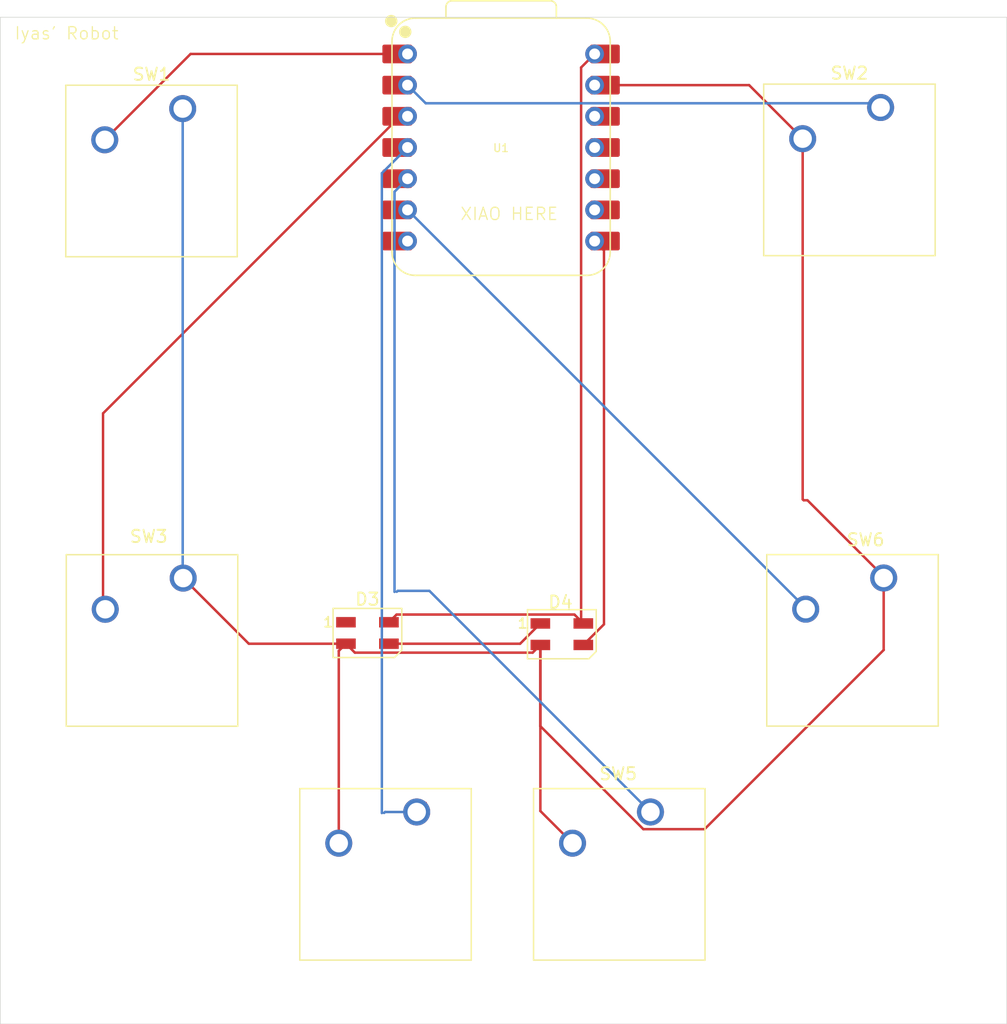
<source format=kicad_pcb>
(kicad_pcb (version 20241229) (generator "pcbnew") (generator_version "9.0")
  (layers (0 "F.Cu" signal) (2 "B.Cu" signal) (13 "F.Paste" user) (15 "B.Paste" user) (5 "F.SilkS" user "F.Silkscreen") (7 "B.SilkS" user "B.Silkscreen") (1 "F.Mask" user) (3 "B.Mask" user) (25 "Edge.Cuts" user))
  (net 0 "")
  (net 1 "GND")
  (net 3 "+5V")
  (net 4 "Net-(D3-DIN)")
  (net 5 "Net-(D4-DIN)")
  (net 7 "Net-(U1-GPIO26{slash}ADC0{slash}A0)")
  (net 8 "Net-(U1-GPIO27{slash}ADC1{slash}A1)")
  (net 10 "Net-(U1-GPIO28{slash}ADC2{slash}A2)")
  (net 13 "Net-(U1-GPIO7{slash}SCL)")
  (net 15 "Net-(U1-GPIO29{slash}ADC3{slash}A3)")
  (net 16 "Net-(U1-GPIO6{slash}SDA)")
  (footprint "OPL:XIAO-RP2040-DIP" (layer "F.Cu") (at 127.8 49.6085)
    (property "Reference" "U1" (at -0.01 0.04 0) (layer "F.SilkS") (effects (font (size 0.635 0.635) (thickness 0.1016))))
    (property "Value" "XIAO-RP2040-DIP" (hide yes))
    (fp_line (start -8.89 8.509) (end -8.89 -8.636) (stroke (width 0.127)) (layer "F.SilkS"))
    (fp_line (start -6.985 10.414) (end 6.985 10.414) (stroke (width 0.127)) (layer "F.SilkS"))
    (fp_line (start -4.495 -10.541) (end -4.491272 -11.451272) (stroke (width 0.127)) (layer "F.SilkS"))
    (fp_line (start -3.991272 -11.951) (end 4.004 -11.951) (stroke (width 0.127)) (layer "F.SilkS"))
    (fp_line (start 4.504 -11.451) (end 4.504 -10.541) (stroke (width 0.127)) (layer "F.SilkS"))
    (fp_line (start 6.985 -10.541) (end -6.985 -10.541) (stroke (width 0.1)) (layer "F.SilkS"))
    (fp_line (start 6.985 -10.541) (end -6.985 -10.541) (stroke (width 0.127)) (layer "F.SilkS"))
    (fp_line (start 8.89 8.509) (end 8.89 -8.636) (stroke (width 0.127)) (layer "F.SilkS"))
    (fp_arc (start -8.89 -8.636) (mid -8.332038 -9.983038) (end -6.985 -10.541) (stroke (width 0.127)) (layer "F.SilkS"))
    (fp_arc (start -6.985 10.414) (mid -8.332038 9.856038) (end -8.89 8.509) (stroke (width 0.127)) (layer "F.SilkS"))
    (fp_arc (start -4.491272 -11.451272) (mid -4.344728 -11.80464) (end -3.991272 -11.951) (stroke (width 0.127)) (layer "F.SilkS"))
    (fp_arc (start 4.004 -11.951) (mid 4.357553 -11.804553) (end 4.504 -11.451) (stroke (width 0.127)) (layer "F.SilkS"))
    (fp_arc (start 6.985 -10.541) (mid 8.332038 -9.983038) (end 8.89 -8.636) (stroke (width 0.127)) (layer "F.SilkS"))
    (fp_arc (start 8.89 8.509) (mid 8.332038 9.856038) (end 6.985 10.414) (stroke (width 0.127)) (layer "F.SilkS"))
    (fp_circle (center -8.95 -10.3) (end -8.95 -10.554) (stroke (width 0.5)) (fill yes) (layer "F.SilkS"))
    (fp_circle (center -7.807 -9.42) (end -7.807 -9.674) (stroke (width 0.5)) (fill yes) (layer "F.SilkS"))
    (pad "1" smd roundrect (at -8.455 -7.62 180) (size 2.432 1.524) (layers "F.Cu" "F.Mask") (roundrect_rratio 0.1) (net 7 "Net-(U1-GPIO26{slash}ADC0{slash}A0)"))
    (pad "1" thru_hole circle (at -7.62 -7.62 180) (size 1.524 1.524) (drill 0.889) (layers "*.Cu" "*.Mask") (net 7 "Net-(U1-GPIO26{slash}ADC0{slash}A0)"))
    (pad "2" smd roundrect (at -8.455 -5.08 180) (size 2.432 1.524) (layers "F.Cu" "F.Mask") (roundrect_rratio 0.1) (net 8 "Net-(U1-GPIO27{slash}ADC1{slash}A1)"))
    (pad "2" thru_hole circle (at -7.62 -5.08 180) (size 1.524 1.524) (drill 0.889) (layers "*.Cu" "*.Mask") (net 8 "Net-(U1-GPIO27{slash}ADC1{slash}A1)"))
    (pad "3" smd roundrect (at -8.455 -2.54 180) (size 2.432 1.524) (layers "F.Cu" "F.Mask") (roundrect_rratio 0.1) (net 10 "Net-(U1-GPIO28{slash}ADC2{slash}A2)"))
    (pad "3" thru_hole circle (at -7.62 -2.54 180) (size 1.524 1.524) (drill 0.889) (layers "*.Cu" "*.Mask") (net 10 "Net-(U1-GPIO28{slash}ADC2{slash}A2)"))
    (pad "4" smd roundrect (at -8.455 0 180) (size 2.432 1.524) (layers "F.Cu" "F.Mask") (roundrect_rratio 0.1) (net 15 "Net-(U1-GPIO29{slash}ADC3{slash}A3)"))
    (pad "4" thru_hole circle (at -7.62 0 180) (size 1.524 1.524) (drill 0.889) (layers "*.Cu" "*.Mask") (net 15 "Net-(U1-GPIO29{slash}ADC3{slash}A3)"))
    (pad "5" smd roundrect (at -8.455 2.54 180) (size 2.432 1.524) (layers "F.Cu" "F.Mask") (roundrect_rratio 0.1) (net 16 "Net-(U1-GPIO6{slash}SDA)"))
    (pad "5" thru_hole circle (at -7.62 2.54 180) (size 1.524 1.524) (drill 0.889) (layers "*.Cu" "*.Mask") (net 16 "Net-(U1-GPIO6{slash}SDA)"))
    (pad "6" smd roundrect (at -8.455 5.08 180) (size 2.432 1.524) (layers "F.Cu" "F.Mask") (roundrect_rratio 0.1) (net 13 "Net-(U1-GPIO7{slash}SCL)"))
    (pad "6" thru_hole circle (at -7.62 5.08 180) (size 1.524 1.524) (drill 0.889) (layers "*.Cu" "*.Mask") (net 13 "Net-(U1-GPIO7{slash}SCL)"))
    (pad "7" smd roundrect (at -8.455 7.62 180) (size 2.432 1.524) (layers "F.Cu" "F.Mask") (roundrect_rratio 0.1))
    (pad "7" thru_hole circle (at -7.62 7.62 180) (size 1.524 1.524) (drill 0.889) (layers "*.Cu" "*.Mask"))
    (pad "8" thru_hole circle (at 7.62 7.62) (size 1.524 1.524) (drill 0.889) (layers "*.Cu" "*.Mask") (net 5 "Net-(D4-DIN)"))
    (pad "8" smd roundrect (at 8.455 7.62) (size 2.432 1.524) (layers "F.Cu" "F.Mask") (roundrect_rratio 0.1) (net 5 "Net-(D4-DIN)"))
    (pad "9" thru_hole circle (at 7.62 5.08) (size 1.524 1.524) (drill 0.889) (layers "*.Cu" "*.Mask"))
    (pad "9" smd roundrect (at 8.455 5.08) (size 2.432 1.524) (layers "F.Cu" "F.Mask") (roundrect_rratio 0.1))
    (pad "10" thru_hole circle (at 7.62 2.54) (size 1.524 1.524) (drill 0.889) (layers "*.Cu" "*.Mask"))
    (pad "10" smd roundrect (at 8.455 2.54) (size 2.432 1.524) (layers "F.Cu" "F.Mask") (roundrect_rratio 0.1))
    (pad "11" thru_hole circle (at 7.62 0) (size 1.524 1.524) (drill 0.889) (layers "*.Cu" "*.Mask"))
    (pad "11" smd roundrect (at 8.455 0) (size 2.432 1.524) (layers "F.Cu" "F.Mask") (roundrect_rratio 0.1))
    (pad "12" thru_hole circle (at 7.62 -2.54) (size 1.524 1.524) (drill 0.889) (layers "*.Cu" "*.Mask"))
    (pad "12" smd roundrect (at 8.455 -2.54) (size 2.432 1.524) (layers "F.Cu" "F.Mask") (roundrect_rratio 0.1))
    (pad "13" thru_hole circle (at 7.62 -5.08) (size 1.524 1.524) (drill 0.889) (layers "*.Cu" "*.Mask") (net 1 "GND"))
    (pad "13" smd roundrect (at 8.455 -5.08) (size 2.432 1.524) (layers "F.Cu" "F.Mask") (roundrect_rratio 0.1) (net 1 "GND"))
    (pad "14" thru_hole circle (at 7.62 -7.62) (size 1.524 1.524) (drill 0.889) (layers "*.Cu" "*.Mask") (net 3 "+5V"))
    (pad "14" smd roundrect (at 8.455 -7.62) (size 2.432 1.524) (layers "F.Cu" "F.Mask") (roundrect_rratio 0.1) (net 3 "+5V"))
  )
  (footprint "Button_Switch_Keyboard:SW_Cherry_MX_1.00u_PCB" (layer "F.Cu") (at 101.9 84.68)
    (property "Reference" "SW3" (at -2.805657 -3.39 0) (layer "F.SilkS"))
    (property "Value" "SW_Push")
    (fp_line (start -9.525 -1.905) (end 4.445 -1.905) (stroke (width 0.12)) (layer "F.SilkS"))
    (fp_line (start -9.525 12.065) (end -9.525 -1.905) (stroke (width 0.12)) (layer "F.SilkS"))
    (fp_line (start 4.445 -1.905) (end 4.445 12.065) (stroke (width 0.12)) (layer "F.SilkS"))
    (fp_line (start 4.445 12.065) (end -9.525 12.065) (stroke (width 0.12)) (layer "F.SilkS"))
    (pad "" np_thru_hole circle (at -7.62 5.08) (size 1.7 1.7) (drill 1.7) (layers "*.Cu" "*.Mask"))
    (pad "" np_thru_hole circle (at -2.54 5.08) (size 4 4) (drill 4) (layers "*.Cu" "*.Mask"))
    (pad "" np_thru_hole circle (at 2.54 5.08) (size 1.7 1.7) (drill 1.7) (layers "*.Cu" "*.Mask"))
    (pad "1" thru_hole circle (at 0 0) (size 2.2 2.2) (drill 1.5) (layers "*.Cu" "*.Mask") (net 1 "GND"))
    (pad "2" thru_hole circle (at -6.35 2.54) (size 2.2 2.2) (drill 1.5) (layers "*.Cu" "*.Mask") (net 10 "Net-(U1-GPIO28{slash}ADC2{slash}A2)"))
  )
  (footprint "Button_Switch_Keyboard:SW_Cherry_MX_1.00u_PCB" (layer "F.Cu") (at 158.97 84.67)
    (property "Reference" "SW6" (at -1.47 -3.11 0) (layer "F.SilkS"))
    (property "Value" "SW_Push")
    (fp_line (start -9.525 -1.905) (end 4.445 -1.905) (stroke (width 0.12)) (layer "F.SilkS"))
    (fp_line (start -9.525 12.065) (end -9.525 -1.905) (stroke (width 0.12)) (layer "F.SilkS"))
    (fp_line (start 4.445 -1.905) (end 4.445 12.065) (stroke (width 0.12)) (layer "F.SilkS"))
    (fp_line (start 4.445 12.065) (end -9.525 12.065) (stroke (width 0.12)) (layer "F.SilkS"))
    (pad "" np_thru_hole circle (at -7.62 5.08) (size 1.7 1.7) (drill 1.7) (layers "*.Cu" "*.Mask"))
    (pad "" np_thru_hole circle (at -2.54 5.08) (size 4 4) (drill 4) (layers "*.Cu" "*.Mask"))
    (pad "" np_thru_hole circle (at 2.54 5.08) (size 1.7 1.7) (drill 1.7) (layers "*.Cu" "*.Mask"))
    (pad "1" thru_hole circle (at 0 0) (size 2.2 2.2) (drill 1.5) (layers "*.Cu" "*.Mask") (net 1 "GND"))
    (pad "2" thru_hole circle (at -6.35 2.54) (size 2.2 2.2) (drill 1.5) (layers "*.Cu" "*.Mask") (net 13 "Net-(U1-GPIO7{slash}SCL)"))
  )
  (footprint "Button_Switch_Keyboard:SW_Cherry_MX_1.00u_PCB" (layer "F.Cu") (at 139.97 103.73)
    (property "Reference" "SW5" (at -2.63 -3.11 0) (layer "F.SilkS"))
    (property "Value" "SW_Push")
    (fp_line (start -9.525 -1.905) (end 4.445 -1.905) (stroke (width 0.12)) (layer "F.SilkS"))
    (fp_line (start -9.525 12.065) (end -9.525 -1.905) (stroke (width 0.12)) (layer "F.SilkS"))
    (fp_line (start 4.445 -1.905) (end 4.445 12.065) (stroke (width 0.12)) (layer "F.SilkS"))
    (fp_line (start 4.445 12.065) (end -9.525 12.065) (stroke (width 0.12)) (layer "F.SilkS"))
    (pad "" np_thru_hole circle (at -7.62 5.08) (size 1.7 1.7) (drill 1.7) (layers "*.Cu" "*.Mask"))
    (pad "" np_thru_hole circle (at -2.54 5.08) (size 4 4) (drill 4) (layers "*.Cu" "*.Mask"))
    (pad "" np_thru_hole circle (at 2.54 5.08) (size 1.7 1.7) (drill 1.7) (layers "*.Cu" "*.Mask"))
    (pad "1" thru_hole circle (at 0 0) (size 2.2 2.2) (drill 1.5) (layers "*.Cu" "*.Mask") (net 16 "Net-(U1-GPIO6{slash}SDA)"))
    (pad "2" thru_hole circle (at -6.35 2.54) (size 2.2 2.2) (drill 1.5) (layers "*.Cu" "*.Mask") (net 1 "GND"))
  )
  (footprint "Button_Switch_Keyboard:SW_Cherry_MX_1.00u_PCB" (layer "F.Cu") (at 120.925657 103.73)
    (property "Reference" "SW4" (hide yes))
    (property "Value" "SW_Push")
    (fp_line (start -9.525 -1.905) (end 4.445 -1.905) (stroke (width 0.12)) (layer "F.SilkS"))
    (fp_line (start -9.525 12.065) (end -9.525 -1.905) (stroke (width 0.12)) (layer "F.SilkS"))
    (fp_line (start 4.445 -1.905) (end 4.445 12.065) (stroke (width 0.12)) (layer "F.SilkS"))
    (fp_line (start 4.445 12.065) (end -9.525 12.065) (stroke (width 0.12)) (layer "F.SilkS"))
    (pad "" np_thru_hole circle (at -7.62 5.08) (size 1.7 1.7) (drill 1.7) (layers "*.Cu" "*.Mask"))
    (pad "" np_thru_hole circle (at -2.54 5.08) (size 4 4) (drill 4) (layers "*.Cu" "*.Mask"))
    (pad "" np_thru_hole circle (at 2.54 5.08) (size 1.7 1.7) (drill 1.7) (layers "*.Cu" "*.Mask"))
    (pad "1" thru_hole circle (at 0 0) (size 2.2 2.2) (drill 1.5) (layers "*.Cu" "*.Mask") (net 15 "Net-(U1-GPIO29{slash}ADC3{slash}A3)"))
    (pad "2" thru_hole circle (at -6.35 2.54) (size 2.2 2.2) (drill 1.5) (layers "*.Cu" "*.Mask") (net 1 "GND"))
  )
  (footprint "LED_SMD:LED_SK6812MINI_PLCC4_3.5x3.5mm_P1.75mm" (layer "F.Cu") (at 132.75 89.25)
    (property "Reference" "D4" (at -0.11 -2.61 0) (layer "F.SilkS"))
    (property "Value" "SK6812MINI")
    (fp_line (start -2.8 -2) (end -2.8 2) (stroke (width 0.12)) (layer "F.SilkS"))
    (fp_line (start -2.8 -2) (end 2.8 -2) (stroke (width 0.12)) (layer "F.SilkS"))
    (fp_line (start -2.8 2) (end 2.2 2) (stroke (width 0.12)) (layer "F.SilkS"))
    (fp_line (start 2.8 1.4) (end 2.2 2) (stroke (width 0.12)) (layer "F.SilkS"))
    (fp_line (start 2.8 1.4) (end 2.8 -2) (stroke (width 0.12)) (layer "F.SilkS"))
    (fp_text user "1" (at -3.2 -0.875 0) (layer "F.SilkS") (effects (font (size 0.8 0.8))))
    (pad "1" smd rect (at -1.75 -0.875) (size 1.6 0.85) (layers "F.Cu" "F.Mask" "F.Paste") (net 4 "Net-(D3-DIN)"))
    (pad "2" smd rect (at -1.75 0.875) (size 1.6 0.85) (layers "F.Cu" "F.Mask" "F.Paste") (net 1 "GND"))
    (pad "3" smd rect (at 1.75 0.875) (size 1.6 0.85) (layers "F.Cu" "F.Mask" "F.Paste") (net 5 "Net-(D4-DIN)"))
    (pad "4" smd rect (at 1.75 -0.875) (size 1.6 0.85) (layers "F.Cu" "F.Mask" "F.Paste") (net 3 "+5V"))
  )
  (footprint "LED_SMD:LED_SK6812MINI_PLCC4_3.5x3.5mm_P1.75mm" (layer "F.Cu") (at 116.91 89.15)
    (property "Reference" "D3" (at 0 -2.75 0) (layer "F.SilkS"))
    (property "Value" "SK6812MINI")
    (fp_line (start -2.8 -2) (end -2.8 2) (stroke (width 0.12)) (layer "F.SilkS"))
    (fp_line (start -2.8 -2) (end 2.8 -2) (stroke (width 0.12)) (layer "F.SilkS"))
    (fp_line (start -2.8 2) (end 2.2 2) (stroke (width 0.12)) (layer "F.SilkS"))
    (fp_line (start 2.8 1.4) (end 2.2 2) (stroke (width 0.12)) (layer "F.SilkS"))
    (fp_line (start 2.8 1.4) (end 2.8 -2) (stroke (width 0.12)) (layer "F.SilkS"))
    (fp_text user "1" (at -3.2 -0.875 0) (layer "F.SilkS") (effects (font (size 0.8 0.8))))
    (pad "1" smd rect (at -1.75 -0.875) (size 1.6 0.85) (layers "F.Cu" "F.Mask" "F.Paste"))
    (pad "2" smd rect (at -1.75 0.875) (size 1.6 0.85) (layers "F.Cu" "F.Mask" "F.Paste") (net 1 "GND"))
    (pad "3" smd rect (at 1.75 0.875) (size 1.6 0.85) (layers "F.Cu" "F.Mask" "F.Paste") (net 4 "Net-(D3-DIN)"))
    (pad "4" smd rect (at 1.75 -0.875) (size 1.6 0.85) (layers "F.Cu" "F.Mask" "F.Paste") (net 3 "+5V"))
  )
  (footprint "Button_Switch_Keyboard:SW_Cherry_MX_1.00u_PCB" (layer "F.Cu") (at 158.72 46.35)
    (property "Reference" "SW2" (at -2.54 -2.794 0) (layer "F.SilkS"))
    (property "Value" "SW_Push")
    (fp_line (start -9.525 -1.905) (end 4.445 -1.905) (stroke (width 0.12)) (layer "F.SilkS"))
    (fp_line (start -9.525 12.065) (end -9.525 -1.905) (stroke (width 0.12)) (layer "F.SilkS"))
    (fp_line (start 4.445 -1.905) (end 4.445 12.065) (stroke (width 0.12)) (layer "F.SilkS"))
    (fp_line (start 4.445 12.065) (end -9.525 12.065) (stroke (width 0.12)) (layer "F.SilkS"))
    (pad "" np_thru_hole circle (at -7.62 5.08) (size 1.7 1.7) (drill 1.7) (layers "*.Cu" "*.Mask"))
    (pad "" np_thru_hole circle (at -2.54 5.08) (size 4 4) (drill 4) (layers "*.Cu" "*.Mask"))
    (pad "" np_thru_hole circle (at 2.54 5.08) (size 1.7 1.7) (drill 1.7) (layers "*.Cu" "*.Mask"))
    (pad "1" thru_hole circle (at 0 0) (size 2.2 2.2) (drill 1.5) (layers "*.Cu" "*.Mask") (net 8 "Net-(U1-GPIO27{slash}ADC1{slash}A1)"))
    (pad "2" thru_hole circle (at -6.35 2.54) (size 2.2 2.2) (drill 1.5) (layers "*.Cu" "*.Mask") (net 1 "GND"))
  )
  (footprint "Button_Switch_Keyboard:SW_Cherry_MX_1.00u_PCB" (layer "F.Cu") (at 101.86 46.44)
    (property "Reference" "SW1" (at -2.54 -2.794 0) (layer "F.SilkS"))
    (property "Value" "SW_Push")
    (fp_line (start -9.525 -1.905) (end 4.445 -1.905) (stroke (width 0.12)) (layer "F.SilkS"))
    (fp_line (start -9.525 12.065) (end -9.525 -1.905) (stroke (width 0.12)) (layer "F.SilkS"))
    (fp_line (start 4.445 -1.905) (end 4.445 12.065) (stroke (width 0.12)) (layer "F.SilkS"))
    (fp_line (start 4.445 12.065) (end -9.525 12.065) (stroke (width 0.12)) (layer "F.SilkS"))
    (pad "" np_thru_hole circle (at -7.62 5.08) (size 1.7 1.7) (drill 1.7) (layers "*.Cu" "*.Mask"))
    (pad "" np_thru_hole circle (at -2.54 5.08) (size 4 4) (drill 4) (layers "*.Cu" "*.Mask"))
    (pad "" np_thru_hole circle (at 2.54 5.08) (size 1.7 1.7) (drill 1.7) (layers "*.Cu" "*.Mask"))
    (pad "1" thru_hole circle (at 0 0) (size 2.2 2.2) (drill 1.5) (layers "*.Cu" "*.Mask") (net 1 "GND"))
    (pad "2" thru_hole circle (at -6.35 2.54) (size 2.2 2.2) (drill 1.5) (layers "*.Cu" "*.Mask") (net 7 "Net-(U1-GPIO26{slash}ADC0{slash}A0)"))
  )
  (gr_rect (start 87 39) (end 169 121) (stroke (width 0.05)) (fill no) (layer "Edge.Cuts"))
  (gr_text "Iyas' Robot" (at 88.1 40.89 0) (layer "F.SilkS") (effects (font (size 1 1) (thickness 0.1)) (justify left bottom)))
  (gr_text "XIAO HERE" (at 124.42 55.6 0) (layer "F.SilkS") (effects (font (size 1 1) (thickness 0.1)) (justify left bottom)))
  (segment (start 152.76 78.34) (end 152.45 78.34) (width 0.2) (layer "F.Cu") (net 1))
  (segment (start 152.37 48.89) (end 148.0085 44.5285) (width 0.2) (layer "F.Cu") (net 1))
  (segment (start 114.575657 106.27) (end 114.575657 90.609343) (width 0.2) (layer "F.Cu") (net 1))
  (segment (start 131 103.65) (end 131 90.125) (width 0.2) (layer "F.Cu") (net 1))
  (segment (start 139.389686 105.131) (end 131 96.741314) (width 0.2) (layer "F.Cu") (net 1))
  (segment (start 115.16 90.025) (end 115.886 90.751) (width 0.2) (layer "F.Cu") (net 1))
  (segment (start 115.886 90.751) (end 130.374 90.751) (width 0.2) (layer "F.Cu") (net 1))
  (segment (start 101.9 84.68) (end 107.245 90.025) (width 0.2) (layer "F.Cu") (net 1))
  (segment (start 152.37 78.26) (end 152.37 48.89) (width 0.2) (layer "F.Cu") (net 1))
  (segment (start 148.0085 44.5285) (end 135.42 44.5285) (width 0.2) (layer "F.Cu") (net 1))
  (segment (start 114.575657 90.609343) (end 115.16 90.025) (width 0.2) (layer "F.Cu") (net 1))
  (segment (start 131 96.741314) (end 131 90.125) (width 0.2) (layer "F.Cu") (net 1))
  (segment (start 158.97 90.534816) (end 144.373816 105.131) (width 0.2) (layer "F.Cu") (net 1))
  (segment (start 159.18 84.76) (end 152.76 78.34) (width 0.2) (layer "F.Cu") (net 1))
  (segment (start 107.245 90.025) (end 115.16 90.025) (width 0.2) (layer "F.Cu") (net 1))
  (segment (start 144.373816 105.131) (end 139.389686 105.131) (width 0.2) (layer "F.Cu") (net 1))
  (segment (start 133.62 106.27) (end 131 103.65) (width 0.2) (layer "F.Cu") (net 1))
  (segment (start 158.97 84.67) (end 158.97 90.534816) (width 0.2) (layer "F.Cu") (net 1))
  (segment (start 130.374 90.751) (end 131 90.125) (width 0.2) (layer "F.Cu") (net 1))
  (segment (start 152.45 78.34) (end 152.37 78.26) (width 0.2) (layer "F.Cu") (net 1))
  (segment (start 102.04 84.54) (end 101.9 84.68) (width 0.2) (layer "B.Cu") (net 1))
  (segment (start 152.37 48.83) (end 152.42 48.78) (width 0.2) (layer "B.Cu") (net 1))
  (segment (start 101.86 46.44) (end 101.86 84.55) (width 0.2) (layer "B.Cu") (net 1))
  (segment (start 152.37 48.89) (end 152.37 48.83) (width 0.2) (layer "B.Cu") (net 1))
  (segment (start 101.88 46.46) (end 101.86 46.44) (width 0.2) (layer "B.Cu") (net 1))
  (segment (start 134.32 43.0885) (end 134.32 88.385) (width 0.2) (layer "F.Cu") (net 3))
  (segment (start 136.49763 41.9885) (end 135.42 41.9885) (width 0.2) (layer "F.Cu") (net 3))
  (segment (start 118.66 88.275) (end 119.286 87.649) (width 0.2) (layer "F.Cu") (net 3))
  (segment (start 119.286 87.649) (end 133.774 87.649) (width 0.2) (layer "F.Cu") (net 3))
  (segment (start 135.42 41.9885) (end 134.32 43.0885) (width 0.2) (layer "F.Cu") (net 3))
  (segment (start 133.774 87.649) (end 134.5 88.375) (width 0.2) (layer "F.Cu") (net 3))
  (segment (start 118.66 90.025) (end 129.35 90.025) (width 0.2) (layer "F.Cu") (net 4))
  (segment (start 129.35 90.025) (end 131 88.375) (width 0.2) (layer "F.Cu") (net 4))
  (segment (start 136.181999 57.990499) (end 135.42 57.2285) (width 0.2) (layer "F.Cu") (net 5))
  (segment (start 134.5 90.125) (end 136.181999 88.443001) (width 0.2) (layer "F.Cu") (net 5))
  (segment (start 136.181999 88.443001) (end 136.181999 57.990499) (width 0.2) (layer "F.Cu") (net 5))
  (segment (start 102.5015 41.9885) (end 120.18 41.9885) (width 0.2) (layer "F.Cu") (net 7))
  (segment (start 95.51 48.98) (end 102.5015 41.9885) (width 0.2) (layer "F.Cu") (net 7))
  (segment (start 158.72 46.35) (end 158.3755 46.0055) (width 0.2) (layer "B.Cu") (net 8))
  (segment (start 158.3755 46.0055) (end 121.657 46.0055) (width 0.2) (layer "B.Cu") (net 8))
  (segment (start 121.657 46.0055) (end 120.18 44.5285) (width 0.2) (layer "B.Cu") (net 8))
  (segment (start 95.37 71.264874) (end 119.566374 47.0685) (width 0.2) (layer "F.Cu") (net 10))
  (segment (start 95.37 87.23) (end 95.37 71.264874) (width 0.2) (layer "F.Cu") (net 10))
  (segment (start 119.566374 47.0685) (end 120.18 47.0685) (width 0.2) (layer "F.Cu") (net 10))
  (segment (start 119.10237 47.0685) (end 120.18 47.0685) (width 0.2) (layer "F.Cu") (net 10))
  (segment (start 152.62 86.9385) (end 152.62 87.21) (width 0.2) (layer "B.Cu") (net 13))
  (segment (start 120.18 54.6885) (end 152.44 86.9485) (width 0.2) (layer "B.Cu") (net 13))
  (segment (start 120.925657 103.73) (end 121.658657 102.997) (width 0.2) (layer "F.Cu") (net 15))
  (segment (start 118.085657 103.8185) (end 118.085657 51.702843) (width 0.2) (layer "B.Cu") (net 15))
  (segment (start 118.344157 103.73) (end 118.265657 103.8085) (width 0.2) (layer "B.Cu") (net 15))
  (segment (start 120.925657 103.73) (end 118.344157 103.73) (width 0.2) (layer "B.Cu") (net 15))
  (segment (start 118.085657 51.702843) (end 120.18 49.6085) (width 0.2) (layer "B.Cu") (net 15))
  (segment (start 121.957 85.717) (end 119.3755 85.717) (width 0.2) (layer "B.Cu") (net 16))
  (segment (start 119.3755 85.717) (end 119.297 85.7955) (width 0.2) (layer "B.Cu") (net 16))
  (segment (start 119.117 85.8055) (end 119.117 53.2115) (width 0.2) (layer "B.Cu") (net 16))
  (segment (start 119.117 53.2115) (end 120.18 52.1485) (width 0.2) (layer "B.Cu") (net 16))
  (segment (start 139.97 103.73) (end 121.957 85.717) (width 0.2) (layer "B.Cu") (net 16))
)
</source>
